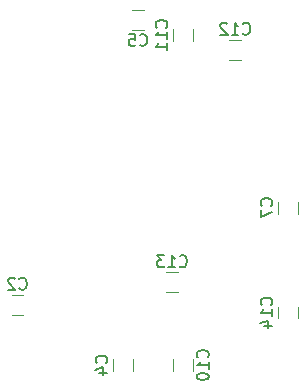
<source format=gbo>
G04 #@! TF.GenerationSoftware,KiCad,Pcbnew,(5.0.2)-1*
G04 #@! TF.CreationDate,2019-01-05T13:13:42+08:00*
G04 #@! TF.ProjectId,PSU 4CH,50535520-3443-4482-9e6b-696361645f70,rev?*
G04 #@! TF.SameCoordinates,Original*
G04 #@! TF.FileFunction,Legend,Bot*
G04 #@! TF.FilePolarity,Positive*
%FSLAX46Y46*%
G04 Gerber Fmt 4.6, Leading zero omitted, Abs format (unit mm)*
G04 Created by KiCad (PCBNEW (5.0.2)-1) date 01/05/19 13:13:42*
%MOMM*%
%LPD*%
G01*
G04 APERTURE LIST*
%ADD10C,0.120000*%
%ADD11C,0.150000*%
G04 APERTURE END LIST*
D10*
G04 #@! TO.C,C12*
X132580000Y-47205000D02*
X131580000Y-47205000D01*
X131580000Y-45505000D02*
X132580000Y-45505000D01*
G04 #@! TO.C,C2*
X114145000Y-68795000D02*
X113145000Y-68795000D01*
X113145000Y-67095000D02*
X114145000Y-67095000D01*
G04 #@! TO.C,C4*
X121705000Y-73525000D02*
X121705000Y-72525000D01*
X123405000Y-72525000D02*
X123405000Y-73525000D01*
G04 #@! TO.C,C5*
X124345000Y-44665000D02*
X123345000Y-44665000D01*
X123345000Y-42965000D02*
X124345000Y-42965000D01*
G04 #@! TO.C,C7*
X137375000Y-59210000D02*
X137375000Y-60210000D01*
X135675000Y-60210000D02*
X135675000Y-59210000D01*
G04 #@! TO.C,C10*
X126785000Y-73525000D02*
X126785000Y-72525000D01*
X128485000Y-72525000D02*
X128485000Y-73525000D01*
G04 #@! TO.C,C11*
X126785000Y-45605000D02*
X126785000Y-44605000D01*
X128485000Y-44605000D02*
X128485000Y-45605000D01*
G04 #@! TO.C,C13*
X127226000Y-66890000D02*
X126226000Y-66890000D01*
X126226000Y-65190000D02*
X127226000Y-65190000D01*
G04 #@! TO.C,C14*
X135675000Y-69080000D02*
X135675000Y-68080000D01*
X137375000Y-68080000D02*
X137375000Y-69080000D01*
G04 #@! TO.C,C12*
D11*
X132722857Y-44962142D02*
X132770476Y-45009761D01*
X132913333Y-45057380D01*
X133008571Y-45057380D01*
X133151428Y-45009761D01*
X133246666Y-44914523D01*
X133294285Y-44819285D01*
X133341904Y-44628809D01*
X133341904Y-44485952D01*
X133294285Y-44295476D01*
X133246666Y-44200238D01*
X133151428Y-44105000D01*
X133008571Y-44057380D01*
X132913333Y-44057380D01*
X132770476Y-44105000D01*
X132722857Y-44152619D01*
X131770476Y-45057380D02*
X132341904Y-45057380D01*
X132056190Y-45057380D02*
X132056190Y-44057380D01*
X132151428Y-44200238D01*
X132246666Y-44295476D01*
X132341904Y-44343095D01*
X131389523Y-44152619D02*
X131341904Y-44105000D01*
X131246666Y-44057380D01*
X131008571Y-44057380D01*
X130913333Y-44105000D01*
X130865714Y-44152619D01*
X130818095Y-44247857D01*
X130818095Y-44343095D01*
X130865714Y-44485952D01*
X131437142Y-45057380D01*
X130818095Y-45057380D01*
G04 #@! TO.C,C2*
X113811666Y-66552142D02*
X113859285Y-66599761D01*
X114002142Y-66647380D01*
X114097380Y-66647380D01*
X114240238Y-66599761D01*
X114335476Y-66504523D01*
X114383095Y-66409285D01*
X114430714Y-66218809D01*
X114430714Y-66075952D01*
X114383095Y-65885476D01*
X114335476Y-65790238D01*
X114240238Y-65695000D01*
X114097380Y-65647380D01*
X114002142Y-65647380D01*
X113859285Y-65695000D01*
X113811666Y-65742619D01*
X113430714Y-65742619D02*
X113383095Y-65695000D01*
X113287857Y-65647380D01*
X113049761Y-65647380D01*
X112954523Y-65695000D01*
X112906904Y-65742619D01*
X112859285Y-65837857D01*
X112859285Y-65933095D01*
X112906904Y-66075952D01*
X113478333Y-66647380D01*
X112859285Y-66647380D01*
G04 #@! TO.C,C4*
X121162142Y-72858333D02*
X121209761Y-72810714D01*
X121257380Y-72667857D01*
X121257380Y-72572619D01*
X121209761Y-72429761D01*
X121114523Y-72334523D01*
X121019285Y-72286904D01*
X120828809Y-72239285D01*
X120685952Y-72239285D01*
X120495476Y-72286904D01*
X120400238Y-72334523D01*
X120305000Y-72429761D01*
X120257380Y-72572619D01*
X120257380Y-72667857D01*
X120305000Y-72810714D01*
X120352619Y-72858333D01*
X120590714Y-73715476D02*
X121257380Y-73715476D01*
X120209761Y-73477380D02*
X120924047Y-73239285D01*
X120924047Y-73858333D01*
G04 #@! TO.C,C5*
X124011666Y-45922142D02*
X124059285Y-45969761D01*
X124202142Y-46017380D01*
X124297380Y-46017380D01*
X124440238Y-45969761D01*
X124535476Y-45874523D01*
X124583095Y-45779285D01*
X124630714Y-45588809D01*
X124630714Y-45445952D01*
X124583095Y-45255476D01*
X124535476Y-45160238D01*
X124440238Y-45065000D01*
X124297380Y-45017380D01*
X124202142Y-45017380D01*
X124059285Y-45065000D01*
X124011666Y-45112619D01*
X123106904Y-45017380D02*
X123583095Y-45017380D01*
X123630714Y-45493571D01*
X123583095Y-45445952D01*
X123487857Y-45398333D01*
X123249761Y-45398333D01*
X123154523Y-45445952D01*
X123106904Y-45493571D01*
X123059285Y-45588809D01*
X123059285Y-45826904D01*
X123106904Y-45922142D01*
X123154523Y-45969761D01*
X123249761Y-46017380D01*
X123487857Y-46017380D01*
X123583095Y-45969761D01*
X123630714Y-45922142D01*
G04 #@! TO.C,C7*
X135132142Y-59543333D02*
X135179761Y-59495714D01*
X135227380Y-59352857D01*
X135227380Y-59257619D01*
X135179761Y-59114761D01*
X135084523Y-59019523D01*
X134989285Y-58971904D01*
X134798809Y-58924285D01*
X134655952Y-58924285D01*
X134465476Y-58971904D01*
X134370238Y-59019523D01*
X134275000Y-59114761D01*
X134227380Y-59257619D01*
X134227380Y-59352857D01*
X134275000Y-59495714D01*
X134322619Y-59543333D01*
X134227380Y-59876666D02*
X134227380Y-60543333D01*
X135227380Y-60114761D01*
G04 #@! TO.C,C10*
X129742142Y-72382142D02*
X129789761Y-72334523D01*
X129837380Y-72191666D01*
X129837380Y-72096428D01*
X129789761Y-71953571D01*
X129694523Y-71858333D01*
X129599285Y-71810714D01*
X129408809Y-71763095D01*
X129265952Y-71763095D01*
X129075476Y-71810714D01*
X128980238Y-71858333D01*
X128885000Y-71953571D01*
X128837380Y-72096428D01*
X128837380Y-72191666D01*
X128885000Y-72334523D01*
X128932619Y-72382142D01*
X129837380Y-73334523D02*
X129837380Y-72763095D01*
X129837380Y-73048809D02*
X128837380Y-73048809D01*
X128980238Y-72953571D01*
X129075476Y-72858333D01*
X129123095Y-72763095D01*
X128837380Y-73953571D02*
X128837380Y-74048809D01*
X128885000Y-74144047D01*
X128932619Y-74191666D01*
X129027857Y-74239285D01*
X129218333Y-74286904D01*
X129456428Y-74286904D01*
X129646904Y-74239285D01*
X129742142Y-74191666D01*
X129789761Y-74144047D01*
X129837380Y-74048809D01*
X129837380Y-73953571D01*
X129789761Y-73858333D01*
X129742142Y-73810714D01*
X129646904Y-73763095D01*
X129456428Y-73715476D01*
X129218333Y-73715476D01*
X129027857Y-73763095D01*
X128932619Y-73810714D01*
X128885000Y-73858333D01*
X128837380Y-73953571D01*
G04 #@! TO.C,C11*
X126242142Y-44462142D02*
X126289761Y-44414523D01*
X126337380Y-44271666D01*
X126337380Y-44176428D01*
X126289761Y-44033571D01*
X126194523Y-43938333D01*
X126099285Y-43890714D01*
X125908809Y-43843095D01*
X125765952Y-43843095D01*
X125575476Y-43890714D01*
X125480238Y-43938333D01*
X125385000Y-44033571D01*
X125337380Y-44176428D01*
X125337380Y-44271666D01*
X125385000Y-44414523D01*
X125432619Y-44462142D01*
X126337380Y-45414523D02*
X126337380Y-44843095D01*
X126337380Y-45128809D02*
X125337380Y-45128809D01*
X125480238Y-45033571D01*
X125575476Y-44938333D01*
X125623095Y-44843095D01*
X126337380Y-46366904D02*
X126337380Y-45795476D01*
X126337380Y-46081190D02*
X125337380Y-46081190D01*
X125480238Y-45985952D01*
X125575476Y-45890714D01*
X125623095Y-45795476D01*
G04 #@! TO.C,C13*
X127368857Y-64647142D02*
X127416476Y-64694761D01*
X127559333Y-64742380D01*
X127654571Y-64742380D01*
X127797428Y-64694761D01*
X127892666Y-64599523D01*
X127940285Y-64504285D01*
X127987904Y-64313809D01*
X127987904Y-64170952D01*
X127940285Y-63980476D01*
X127892666Y-63885238D01*
X127797428Y-63790000D01*
X127654571Y-63742380D01*
X127559333Y-63742380D01*
X127416476Y-63790000D01*
X127368857Y-63837619D01*
X126416476Y-64742380D02*
X126987904Y-64742380D01*
X126702190Y-64742380D02*
X126702190Y-63742380D01*
X126797428Y-63885238D01*
X126892666Y-63980476D01*
X126987904Y-64028095D01*
X126083142Y-63742380D02*
X125464095Y-63742380D01*
X125797428Y-64123333D01*
X125654571Y-64123333D01*
X125559333Y-64170952D01*
X125511714Y-64218571D01*
X125464095Y-64313809D01*
X125464095Y-64551904D01*
X125511714Y-64647142D01*
X125559333Y-64694761D01*
X125654571Y-64742380D01*
X125940285Y-64742380D01*
X126035523Y-64694761D01*
X126083142Y-64647142D01*
G04 #@! TO.C,C14*
X135132142Y-67937142D02*
X135179761Y-67889523D01*
X135227380Y-67746666D01*
X135227380Y-67651428D01*
X135179761Y-67508571D01*
X135084523Y-67413333D01*
X134989285Y-67365714D01*
X134798809Y-67318095D01*
X134655952Y-67318095D01*
X134465476Y-67365714D01*
X134370238Y-67413333D01*
X134275000Y-67508571D01*
X134227380Y-67651428D01*
X134227380Y-67746666D01*
X134275000Y-67889523D01*
X134322619Y-67937142D01*
X135227380Y-68889523D02*
X135227380Y-68318095D01*
X135227380Y-68603809D02*
X134227380Y-68603809D01*
X134370238Y-68508571D01*
X134465476Y-68413333D01*
X134513095Y-68318095D01*
X134560714Y-69746666D02*
X135227380Y-69746666D01*
X134179761Y-69508571D02*
X134894047Y-69270476D01*
X134894047Y-69889523D01*
G04 #@! TD*
M02*

</source>
